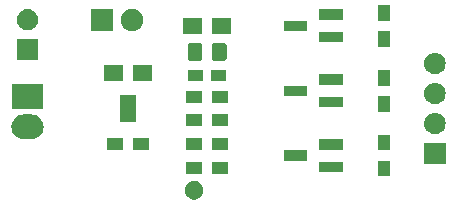
<source format=gts>
G04 #@! TF.GenerationSoftware,KiCad,Pcbnew,5.0.2-bee76a0~70~ubuntu16.04.1*
G04 #@! TF.CreationDate,2019-01-02T15:35:10+05:30*
G04 #@! TF.ProjectId,Ap3403_LED_test,41703334-3033-45f4-9c45-445f74657374,rev?*
G04 #@! TF.SameCoordinates,Original*
G04 #@! TF.FileFunction,Soldermask,Top*
G04 #@! TF.FilePolarity,Negative*
%FSLAX46Y46*%
G04 Gerber Fmt 4.6, Leading zero omitted, Abs format (unit mm)*
G04 Created by KiCad (PCBNEW 5.0.2-bee76a0~70~ubuntu16.04.1) date Wed Jan  2 15:35:10 2019*
%MOMM*%
%LPD*%
G01*
G04 APERTURE LIST*
%ADD10C,0.100000*%
G04 APERTURE END LIST*
D10*
G36*
X31833643Y-192929781D02*
X31979415Y-192990162D01*
X32110611Y-193077824D01*
X32222176Y-193189389D01*
X32309838Y-193320585D01*
X32370219Y-193466357D01*
X32401000Y-193621107D01*
X32401000Y-193778893D01*
X32370219Y-193933643D01*
X32309838Y-194079415D01*
X32222176Y-194210611D01*
X32110611Y-194322176D01*
X31979415Y-194409838D01*
X31833643Y-194470219D01*
X31678893Y-194501000D01*
X31521107Y-194501000D01*
X31366357Y-194470219D01*
X31220585Y-194409838D01*
X31089389Y-194322176D01*
X30977824Y-194210611D01*
X30890162Y-194079415D01*
X30829781Y-193933643D01*
X30799000Y-193778893D01*
X30799000Y-193621107D01*
X30829781Y-193466357D01*
X30890162Y-193320585D01*
X30977824Y-193189389D01*
X31089389Y-193077824D01*
X31220585Y-192990162D01*
X31366357Y-192929781D01*
X31521107Y-192899000D01*
X31678893Y-192899000D01*
X31833643Y-192929781D01*
X31833643Y-192929781D01*
G37*
G36*
X48201000Y-192551000D02*
X47199000Y-192551000D01*
X47199000Y-191249000D01*
X48201000Y-191249000D01*
X48201000Y-192551000D01*
X48201000Y-192551000D01*
G37*
G36*
X32251000Y-192301000D02*
X30949000Y-192301000D01*
X30949000Y-191299000D01*
X32251000Y-191299000D01*
X32251000Y-192301000D01*
X32251000Y-192301000D01*
G37*
G36*
X34451000Y-192301000D02*
X33149000Y-192301000D01*
X33149000Y-191299000D01*
X34451000Y-191299000D01*
X34451000Y-192301000D01*
X34451000Y-192301000D01*
G37*
G36*
X44201000Y-192201000D02*
X42199000Y-192201000D01*
X42199000Y-191299000D01*
X44201000Y-191299000D01*
X44201000Y-192201000D01*
X44201000Y-192201000D01*
G37*
G36*
X52901000Y-191501000D02*
X51099000Y-191501000D01*
X51099000Y-189699000D01*
X52901000Y-189699000D01*
X52901000Y-191501000D01*
X52901000Y-191501000D01*
G37*
G36*
X41201000Y-191251000D02*
X39199000Y-191251000D01*
X39199000Y-190349000D01*
X41201000Y-190349000D01*
X41201000Y-191251000D01*
X41201000Y-191251000D01*
G37*
G36*
X48201000Y-190351000D02*
X47199000Y-190351000D01*
X47199000Y-189049000D01*
X48201000Y-189049000D01*
X48201000Y-190351000D01*
X48201000Y-190351000D01*
G37*
G36*
X32251000Y-190301000D02*
X30949000Y-190301000D01*
X30949000Y-189299000D01*
X32251000Y-189299000D01*
X32251000Y-190301000D01*
X32251000Y-190301000D01*
G37*
G36*
X34451000Y-190301000D02*
X33149000Y-190301000D01*
X33149000Y-189299000D01*
X34451000Y-189299000D01*
X34451000Y-190301000D01*
X34451000Y-190301000D01*
G37*
G36*
X44201000Y-190301000D02*
X42199000Y-190301000D01*
X42199000Y-189399000D01*
X44201000Y-189399000D01*
X44201000Y-190301000D01*
X44201000Y-190301000D01*
G37*
G36*
X25551000Y-190301000D02*
X24249000Y-190301000D01*
X24249000Y-189299000D01*
X25551000Y-189299000D01*
X25551000Y-190301000D01*
X25551000Y-190301000D01*
G37*
G36*
X27751000Y-190301000D02*
X26449000Y-190301000D01*
X26449000Y-189299000D01*
X27751000Y-189299000D01*
X27751000Y-190301000D01*
X27751000Y-190301000D01*
G37*
G36*
X17882510Y-187292041D02*
X18006032Y-187304207D01*
X18204146Y-187364305D01*
X18386729Y-187461897D01*
X18546765Y-187593235D01*
X18678103Y-187753271D01*
X18775695Y-187935854D01*
X18835793Y-188133968D01*
X18856085Y-188340000D01*
X18835793Y-188546032D01*
X18775695Y-188744146D01*
X18678103Y-188926729D01*
X18546765Y-189086765D01*
X18386729Y-189218103D01*
X18204146Y-189315695D01*
X18006032Y-189375793D01*
X17882510Y-189387959D01*
X17851631Y-189391000D01*
X17148369Y-189391000D01*
X17117490Y-189387959D01*
X16993968Y-189375793D01*
X16795854Y-189315695D01*
X16613271Y-189218103D01*
X16453235Y-189086765D01*
X16321897Y-188926729D01*
X16224305Y-188744146D01*
X16164207Y-188546032D01*
X16143915Y-188340000D01*
X16164207Y-188133968D01*
X16224305Y-187935854D01*
X16321897Y-187753271D01*
X16453235Y-187593235D01*
X16613271Y-187461897D01*
X16795854Y-187364305D01*
X16993968Y-187304207D01*
X17117490Y-187292041D01*
X17148369Y-187289000D01*
X17851631Y-187289000D01*
X17882510Y-187292041D01*
X17882510Y-187292041D01*
G37*
G36*
X52110442Y-187165518D02*
X52176627Y-187172037D01*
X52289853Y-187206384D01*
X52346467Y-187223557D01*
X52468900Y-187289000D01*
X52502991Y-187307222D01*
X52538729Y-187336552D01*
X52640186Y-187419814D01*
X52723448Y-187521271D01*
X52752778Y-187557009D01*
X52752779Y-187557011D01*
X52836443Y-187713533D01*
X52848497Y-187753271D01*
X52887963Y-187883373D01*
X52905359Y-188060000D01*
X52887963Y-188236627D01*
X52856605Y-188340000D01*
X52836443Y-188406467D01*
X52762348Y-188545087D01*
X52752778Y-188562991D01*
X52723448Y-188598729D01*
X52640186Y-188700186D01*
X52538729Y-188783448D01*
X52502991Y-188812778D01*
X52502989Y-188812779D01*
X52346467Y-188896443D01*
X52289853Y-188913616D01*
X52176627Y-188947963D01*
X52110442Y-188954482D01*
X52044260Y-188961000D01*
X51955740Y-188961000D01*
X51889558Y-188954482D01*
X51823373Y-188947963D01*
X51710147Y-188913616D01*
X51653533Y-188896443D01*
X51497011Y-188812779D01*
X51497009Y-188812778D01*
X51461271Y-188783448D01*
X51359814Y-188700186D01*
X51276552Y-188598729D01*
X51247222Y-188562991D01*
X51237652Y-188545087D01*
X51163557Y-188406467D01*
X51143395Y-188340000D01*
X51112037Y-188236627D01*
X51094641Y-188060000D01*
X51112037Y-187883373D01*
X51151503Y-187753271D01*
X51163557Y-187713533D01*
X51247221Y-187557011D01*
X51247222Y-187557009D01*
X51276552Y-187521271D01*
X51359814Y-187419814D01*
X51461271Y-187336552D01*
X51497009Y-187307222D01*
X51531100Y-187289000D01*
X51653533Y-187223557D01*
X51710147Y-187206384D01*
X51823373Y-187172037D01*
X51889558Y-187165518D01*
X51955740Y-187159000D01*
X52044260Y-187159000D01*
X52110442Y-187165518D01*
X52110442Y-187165518D01*
G37*
G36*
X34451000Y-188301000D02*
X33149000Y-188301000D01*
X33149000Y-187299000D01*
X34451000Y-187299000D01*
X34451000Y-188301000D01*
X34451000Y-188301000D01*
G37*
G36*
X32251000Y-188301000D02*
X30949000Y-188301000D01*
X30949000Y-187299000D01*
X32251000Y-187299000D01*
X32251000Y-188301000D01*
X32251000Y-188301000D01*
G37*
G36*
X26701000Y-187951000D02*
X25299000Y-187951000D01*
X25299000Y-185649000D01*
X26701000Y-185649000D01*
X26701000Y-187951000D01*
X26701000Y-187951000D01*
G37*
G36*
X48201000Y-187051000D02*
X47199000Y-187051000D01*
X47199000Y-185749000D01*
X48201000Y-185749000D01*
X48201000Y-187051000D01*
X48201000Y-187051000D01*
G37*
G36*
X18851000Y-186851000D02*
X16149000Y-186851000D01*
X16149000Y-184749000D01*
X18851000Y-184749000D01*
X18851000Y-186851000D01*
X18851000Y-186851000D01*
G37*
G36*
X44201000Y-186701000D02*
X42199000Y-186701000D01*
X42199000Y-185799000D01*
X44201000Y-185799000D01*
X44201000Y-186701000D01*
X44201000Y-186701000D01*
G37*
G36*
X52110443Y-184625519D02*
X52176627Y-184632037D01*
X52289853Y-184666384D01*
X52346467Y-184683557D01*
X52468900Y-184749000D01*
X52502991Y-184767222D01*
X52538729Y-184796552D01*
X52640186Y-184879814D01*
X52723448Y-184981271D01*
X52752778Y-185017009D01*
X52752779Y-185017011D01*
X52836443Y-185173533D01*
X52836443Y-185173534D01*
X52887963Y-185343373D01*
X52905359Y-185520000D01*
X52887963Y-185696627D01*
X52853616Y-185809853D01*
X52836443Y-185866467D01*
X52762348Y-186005087D01*
X52752778Y-186022991D01*
X52723448Y-186058729D01*
X52640186Y-186160186D01*
X52538729Y-186243448D01*
X52502991Y-186272778D01*
X52502989Y-186272779D01*
X52346467Y-186356443D01*
X52289853Y-186373616D01*
X52176627Y-186407963D01*
X52110443Y-186414481D01*
X52044260Y-186421000D01*
X51955740Y-186421000D01*
X51889557Y-186414481D01*
X51823373Y-186407963D01*
X51710147Y-186373616D01*
X51653533Y-186356443D01*
X51497011Y-186272779D01*
X51497009Y-186272778D01*
X51461271Y-186243448D01*
X51359814Y-186160186D01*
X51276552Y-186058729D01*
X51247222Y-186022991D01*
X51237652Y-186005087D01*
X51163557Y-185866467D01*
X51146384Y-185809853D01*
X51112037Y-185696627D01*
X51094641Y-185520000D01*
X51112037Y-185343373D01*
X51163557Y-185173534D01*
X51163557Y-185173533D01*
X51247221Y-185017011D01*
X51247222Y-185017009D01*
X51276552Y-184981271D01*
X51359814Y-184879814D01*
X51461271Y-184796552D01*
X51497009Y-184767222D01*
X51531100Y-184749000D01*
X51653533Y-184683557D01*
X51710147Y-184666384D01*
X51823373Y-184632037D01*
X51889557Y-184625519D01*
X51955740Y-184619000D01*
X52044260Y-184619000D01*
X52110443Y-184625519D01*
X52110443Y-184625519D01*
G37*
G36*
X32251000Y-186301000D02*
X30949000Y-186301000D01*
X30949000Y-185299000D01*
X32251000Y-185299000D01*
X32251000Y-186301000D01*
X32251000Y-186301000D01*
G37*
G36*
X34451000Y-186301000D02*
X33149000Y-186301000D01*
X33149000Y-185299000D01*
X34451000Y-185299000D01*
X34451000Y-186301000D01*
X34451000Y-186301000D01*
G37*
G36*
X41201000Y-185751000D02*
X39199000Y-185751000D01*
X39199000Y-184849000D01*
X41201000Y-184849000D01*
X41201000Y-185751000D01*
X41201000Y-185751000D01*
G37*
G36*
X48201000Y-184851000D02*
X47199000Y-184851000D01*
X47199000Y-183549000D01*
X48201000Y-183549000D01*
X48201000Y-184851000D01*
X48201000Y-184851000D01*
G37*
G36*
X44201000Y-184801000D02*
X42199000Y-184801000D01*
X42199000Y-183899000D01*
X44201000Y-183899000D01*
X44201000Y-184801000D01*
X44201000Y-184801000D01*
G37*
G36*
X25551000Y-184476000D02*
X23949000Y-184476000D01*
X23949000Y-183124000D01*
X25551000Y-183124000D01*
X25551000Y-184476000D01*
X25551000Y-184476000D01*
G37*
G36*
X28051000Y-184476000D02*
X26449000Y-184476000D01*
X26449000Y-183124000D01*
X28051000Y-183124000D01*
X28051000Y-184476000D01*
X28051000Y-184476000D01*
G37*
G36*
X34301000Y-184426000D02*
X32999000Y-184426000D01*
X32999000Y-183574000D01*
X34301000Y-183574000D01*
X34301000Y-184426000D01*
X34301000Y-184426000D01*
G37*
G36*
X32401000Y-184426000D02*
X31099000Y-184426000D01*
X31099000Y-183574000D01*
X32401000Y-183574000D01*
X32401000Y-184426000D01*
X32401000Y-184426000D01*
G37*
G36*
X52110442Y-182085518D02*
X52176627Y-182092037D01*
X52289853Y-182126384D01*
X52346467Y-182143557D01*
X52485087Y-182217652D01*
X52502991Y-182227222D01*
X52538729Y-182256552D01*
X52640186Y-182339814D01*
X52723448Y-182441271D01*
X52752778Y-182477009D01*
X52752779Y-182477011D01*
X52836443Y-182633533D01*
X52836443Y-182633534D01*
X52887963Y-182803373D01*
X52905359Y-182980000D01*
X52887963Y-183156627D01*
X52853616Y-183269853D01*
X52836443Y-183326467D01*
X52762348Y-183465087D01*
X52752778Y-183482991D01*
X52723448Y-183518729D01*
X52640186Y-183620186D01*
X52538729Y-183703448D01*
X52502991Y-183732778D01*
X52502989Y-183732779D01*
X52346467Y-183816443D01*
X52289853Y-183833616D01*
X52176627Y-183867963D01*
X52110443Y-183874481D01*
X52044260Y-183881000D01*
X51955740Y-183881000D01*
X51889557Y-183874481D01*
X51823373Y-183867963D01*
X51710147Y-183833616D01*
X51653533Y-183816443D01*
X51497011Y-183732779D01*
X51497009Y-183732778D01*
X51461271Y-183703448D01*
X51359814Y-183620186D01*
X51276552Y-183518729D01*
X51247222Y-183482991D01*
X51237652Y-183465087D01*
X51163557Y-183326467D01*
X51146384Y-183269853D01*
X51112037Y-183156627D01*
X51094641Y-182980000D01*
X51112037Y-182803373D01*
X51163557Y-182633534D01*
X51163557Y-182633533D01*
X51247221Y-182477011D01*
X51247222Y-182477009D01*
X51276552Y-182441271D01*
X51359814Y-182339814D01*
X51461271Y-182256552D01*
X51497009Y-182227222D01*
X51514913Y-182217652D01*
X51653533Y-182143557D01*
X51710147Y-182126384D01*
X51823373Y-182092037D01*
X51889558Y-182085518D01*
X51955740Y-182079000D01*
X52044260Y-182079000D01*
X52110442Y-182085518D01*
X52110442Y-182085518D01*
G37*
G36*
X34188677Y-181253465D02*
X34226364Y-181264898D01*
X34261103Y-181283466D01*
X34291548Y-181308452D01*
X34316534Y-181338897D01*
X34335102Y-181373636D01*
X34346535Y-181411323D01*
X34351000Y-181456661D01*
X34351000Y-182543339D01*
X34346535Y-182588677D01*
X34335102Y-182626364D01*
X34316534Y-182661103D01*
X34291548Y-182691548D01*
X34261103Y-182716534D01*
X34226364Y-182735102D01*
X34188677Y-182746535D01*
X34143339Y-182751000D01*
X33306661Y-182751000D01*
X33261323Y-182746535D01*
X33223636Y-182735102D01*
X33188897Y-182716534D01*
X33158452Y-182691548D01*
X33133466Y-182661103D01*
X33114898Y-182626364D01*
X33103465Y-182588677D01*
X33099000Y-182543339D01*
X33099000Y-181456661D01*
X33103465Y-181411323D01*
X33114898Y-181373636D01*
X33133466Y-181338897D01*
X33158452Y-181308452D01*
X33188897Y-181283466D01*
X33223636Y-181264898D01*
X33261323Y-181253465D01*
X33306661Y-181249000D01*
X34143339Y-181249000D01*
X34188677Y-181253465D01*
X34188677Y-181253465D01*
G37*
G36*
X32138677Y-181253465D02*
X32176364Y-181264898D01*
X32211103Y-181283466D01*
X32241548Y-181308452D01*
X32266534Y-181338897D01*
X32285102Y-181373636D01*
X32296535Y-181411323D01*
X32301000Y-181456661D01*
X32301000Y-182543339D01*
X32296535Y-182588677D01*
X32285102Y-182626364D01*
X32266534Y-182661103D01*
X32241548Y-182691548D01*
X32211103Y-182716534D01*
X32176364Y-182735102D01*
X32138677Y-182746535D01*
X32093339Y-182751000D01*
X31256661Y-182751000D01*
X31211323Y-182746535D01*
X31173636Y-182735102D01*
X31138897Y-182716534D01*
X31108452Y-182691548D01*
X31083466Y-182661103D01*
X31064898Y-182626364D01*
X31053465Y-182588677D01*
X31049000Y-182543339D01*
X31049000Y-181456661D01*
X31053465Y-181411323D01*
X31064898Y-181373636D01*
X31083466Y-181338897D01*
X31108452Y-181308452D01*
X31138897Y-181283466D01*
X31173636Y-181264898D01*
X31211323Y-181253465D01*
X31256661Y-181249000D01*
X32093339Y-181249000D01*
X32138677Y-181253465D01*
X32138677Y-181253465D01*
G37*
G36*
X18401000Y-182701000D02*
X16599000Y-182701000D01*
X16599000Y-180899000D01*
X18401000Y-180899000D01*
X18401000Y-182701000D01*
X18401000Y-182701000D01*
G37*
G36*
X48201000Y-181551000D02*
X47199000Y-181551000D01*
X47199000Y-180249000D01*
X48201000Y-180249000D01*
X48201000Y-181551000D01*
X48201000Y-181551000D01*
G37*
G36*
X44201000Y-181201000D02*
X42199000Y-181201000D01*
X42199000Y-180299000D01*
X44201000Y-180299000D01*
X44201000Y-181201000D01*
X44201000Y-181201000D01*
G37*
G36*
X34751000Y-180476000D02*
X33149000Y-180476000D01*
X33149000Y-179124000D01*
X34751000Y-179124000D01*
X34751000Y-180476000D01*
X34751000Y-180476000D01*
G37*
G36*
X32251000Y-180476000D02*
X30649000Y-180476000D01*
X30649000Y-179124000D01*
X32251000Y-179124000D01*
X32251000Y-180476000D01*
X32251000Y-180476000D01*
G37*
G36*
X26617396Y-178385546D02*
X26790466Y-178457234D01*
X26946230Y-178561312D01*
X27078688Y-178693770D01*
X27182766Y-178849534D01*
X27254454Y-179022604D01*
X27291000Y-179206333D01*
X27291000Y-179393667D01*
X27254454Y-179577396D01*
X27182766Y-179750466D01*
X27078688Y-179906230D01*
X26946230Y-180038688D01*
X26790466Y-180142766D01*
X26617396Y-180214454D01*
X26433667Y-180251000D01*
X26246333Y-180251000D01*
X26062604Y-180214454D01*
X25889534Y-180142766D01*
X25733770Y-180038688D01*
X25601312Y-179906230D01*
X25497234Y-179750466D01*
X25425546Y-179577396D01*
X25389000Y-179393667D01*
X25389000Y-179206333D01*
X25425546Y-179022604D01*
X25497234Y-178849534D01*
X25601312Y-178693770D01*
X25733770Y-178561312D01*
X25889534Y-178457234D01*
X26062604Y-178385546D01*
X26246333Y-178349000D01*
X26433667Y-178349000D01*
X26617396Y-178385546D01*
X26617396Y-178385546D01*
G37*
G36*
X24751000Y-180251000D02*
X22849000Y-180251000D01*
X22849000Y-178349000D01*
X24751000Y-178349000D01*
X24751000Y-180251000D01*
X24751000Y-180251000D01*
G37*
G36*
X41201000Y-180251000D02*
X39199000Y-180251000D01*
X39199000Y-179349000D01*
X41201000Y-179349000D01*
X41201000Y-180251000D01*
X41201000Y-180251000D01*
G37*
G36*
X17610442Y-178365518D02*
X17676627Y-178372037D01*
X17765512Y-178399000D01*
X17846467Y-178423557D01*
X17909471Y-178457234D01*
X18002991Y-178507222D01*
X18038729Y-178536552D01*
X18140186Y-178619814D01*
X18223448Y-178721271D01*
X18252778Y-178757009D01*
X18252779Y-178757011D01*
X18336443Y-178913533D01*
X18336443Y-178913534D01*
X18387963Y-179083373D01*
X18405359Y-179260000D01*
X18387963Y-179436627D01*
X18353616Y-179549853D01*
X18336443Y-179606467D01*
X18262348Y-179745087D01*
X18252778Y-179762991D01*
X18223448Y-179798729D01*
X18140186Y-179900186D01*
X18038729Y-179983448D01*
X18002991Y-180012778D01*
X18002989Y-180012779D01*
X17846467Y-180096443D01*
X17789853Y-180113616D01*
X17676627Y-180147963D01*
X17610442Y-180154482D01*
X17544260Y-180161000D01*
X17455740Y-180161000D01*
X17389558Y-180154482D01*
X17323373Y-180147963D01*
X17210147Y-180113616D01*
X17153533Y-180096443D01*
X16997011Y-180012779D01*
X16997009Y-180012778D01*
X16961271Y-179983448D01*
X16859814Y-179900186D01*
X16776552Y-179798729D01*
X16747222Y-179762991D01*
X16737652Y-179745087D01*
X16663557Y-179606467D01*
X16646384Y-179549853D01*
X16612037Y-179436627D01*
X16594641Y-179260000D01*
X16612037Y-179083373D01*
X16663557Y-178913534D01*
X16663557Y-178913533D01*
X16747221Y-178757011D01*
X16747222Y-178757009D01*
X16776552Y-178721271D01*
X16859814Y-178619814D01*
X16961271Y-178536552D01*
X16997009Y-178507222D01*
X17090529Y-178457234D01*
X17153533Y-178423557D01*
X17234488Y-178399000D01*
X17323373Y-178372037D01*
X17389558Y-178365518D01*
X17455740Y-178359000D01*
X17544260Y-178359000D01*
X17610442Y-178365518D01*
X17610442Y-178365518D01*
G37*
G36*
X48201000Y-179351000D02*
X47199000Y-179351000D01*
X47199000Y-178049000D01*
X48201000Y-178049000D01*
X48201000Y-179351000D01*
X48201000Y-179351000D01*
G37*
G36*
X44201000Y-179301000D02*
X42199000Y-179301000D01*
X42199000Y-178399000D01*
X44201000Y-178399000D01*
X44201000Y-179301000D01*
X44201000Y-179301000D01*
G37*
M02*

</source>
